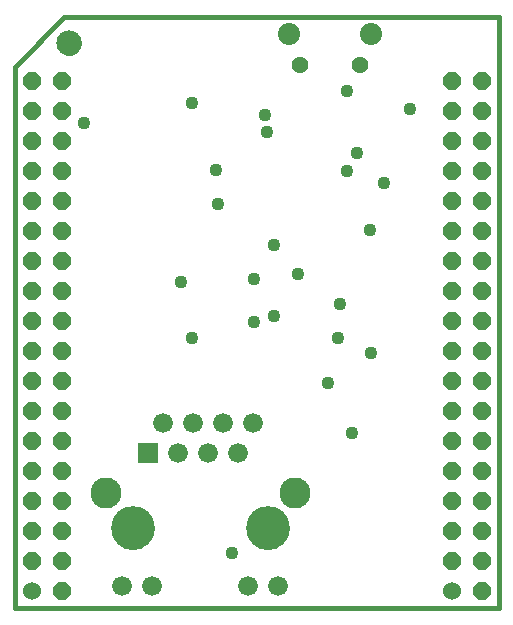
<source format=gbs>
G75*
%MOIN*%
%OFA0B0*%
%FSLAX24Y24*%
%IPPOS*%
%LPD*%
%AMOC8*
5,1,8,0,0,1.08239X$1,22.5*
%
%ADD10C,0.0160*%
%ADD11C,0.0000*%
%ADD12C,0.0847*%
%ADD13C,0.0600*%
%ADD14OC8,0.0600*%
%ADD15C,0.0660*%
%ADD16C,0.1035*%
%ADD17R,0.0660X0.0660*%
%ADD18C,0.1460*%
%ADD19C,0.0739*%
%ADD20C,0.0562*%
%ADD21C,0.0436*%
D10*
X000259Y001718D02*
X016401Y001718D01*
X016401Y021403D01*
X001913Y021403D01*
X000259Y019749D01*
X000259Y001718D01*
D11*
X003490Y004375D02*
X003492Y004427D01*
X003498Y004479D01*
X003508Y004531D01*
X003521Y004581D01*
X003538Y004631D01*
X003559Y004679D01*
X003584Y004725D01*
X003612Y004769D01*
X003643Y004811D01*
X003677Y004851D01*
X003714Y004888D01*
X003754Y004922D01*
X003796Y004953D01*
X003840Y004981D01*
X003886Y005006D01*
X003934Y005027D01*
X003984Y005044D01*
X004034Y005057D01*
X004086Y005067D01*
X004138Y005073D01*
X004190Y005075D01*
X004242Y005073D01*
X004294Y005067D01*
X004346Y005057D01*
X004396Y005044D01*
X004446Y005027D01*
X004494Y005006D01*
X004540Y004981D01*
X004584Y004953D01*
X004626Y004922D01*
X004666Y004888D01*
X004703Y004851D01*
X004737Y004811D01*
X004768Y004769D01*
X004796Y004725D01*
X004821Y004679D01*
X004842Y004631D01*
X004859Y004581D01*
X004872Y004531D01*
X004882Y004479D01*
X004888Y004427D01*
X004890Y004375D01*
X004888Y004323D01*
X004882Y004271D01*
X004872Y004219D01*
X004859Y004169D01*
X004842Y004119D01*
X004821Y004071D01*
X004796Y004025D01*
X004768Y003981D01*
X004737Y003939D01*
X004703Y003899D01*
X004666Y003862D01*
X004626Y003828D01*
X004584Y003797D01*
X004540Y003769D01*
X004494Y003744D01*
X004446Y003723D01*
X004396Y003706D01*
X004346Y003693D01*
X004294Y003683D01*
X004242Y003677D01*
X004190Y003675D01*
X004138Y003677D01*
X004086Y003683D01*
X004034Y003693D01*
X003984Y003706D01*
X003934Y003723D01*
X003886Y003744D01*
X003840Y003769D01*
X003796Y003797D01*
X003754Y003828D01*
X003714Y003862D01*
X003677Y003899D01*
X003643Y003939D01*
X003612Y003981D01*
X003584Y004025D01*
X003559Y004071D01*
X003538Y004119D01*
X003521Y004169D01*
X003508Y004219D01*
X003498Y004271D01*
X003492Y004323D01*
X003490Y004375D01*
X007990Y004375D02*
X007992Y004427D01*
X007998Y004479D01*
X008008Y004531D01*
X008021Y004581D01*
X008038Y004631D01*
X008059Y004679D01*
X008084Y004725D01*
X008112Y004769D01*
X008143Y004811D01*
X008177Y004851D01*
X008214Y004888D01*
X008254Y004922D01*
X008296Y004953D01*
X008340Y004981D01*
X008386Y005006D01*
X008434Y005027D01*
X008484Y005044D01*
X008534Y005057D01*
X008586Y005067D01*
X008638Y005073D01*
X008690Y005075D01*
X008742Y005073D01*
X008794Y005067D01*
X008846Y005057D01*
X008896Y005044D01*
X008946Y005027D01*
X008994Y005006D01*
X009040Y004981D01*
X009084Y004953D01*
X009126Y004922D01*
X009166Y004888D01*
X009203Y004851D01*
X009237Y004811D01*
X009268Y004769D01*
X009296Y004725D01*
X009321Y004679D01*
X009342Y004631D01*
X009359Y004581D01*
X009372Y004531D01*
X009382Y004479D01*
X009388Y004427D01*
X009390Y004375D01*
X009388Y004323D01*
X009382Y004271D01*
X009372Y004219D01*
X009359Y004169D01*
X009342Y004119D01*
X009321Y004071D01*
X009296Y004025D01*
X009268Y003981D01*
X009237Y003939D01*
X009203Y003899D01*
X009166Y003862D01*
X009126Y003828D01*
X009084Y003797D01*
X009040Y003769D01*
X008994Y003744D01*
X008946Y003723D01*
X008896Y003706D01*
X008846Y003693D01*
X008794Y003683D01*
X008742Y003677D01*
X008690Y003675D01*
X008638Y003677D01*
X008586Y003683D01*
X008534Y003693D01*
X008484Y003706D01*
X008434Y003723D01*
X008386Y003744D01*
X008340Y003769D01*
X008296Y003797D01*
X008254Y003828D01*
X008214Y003862D01*
X008177Y003899D01*
X008143Y003939D01*
X008112Y003981D01*
X008084Y004025D01*
X008059Y004071D01*
X008038Y004119D01*
X008021Y004169D01*
X008008Y004219D01*
X007998Y004271D01*
X007992Y004323D01*
X007990Y004375D01*
X001676Y020536D02*
X001678Y020575D01*
X001684Y020614D01*
X001694Y020652D01*
X001707Y020689D01*
X001724Y020724D01*
X001744Y020758D01*
X001768Y020789D01*
X001795Y020818D01*
X001824Y020844D01*
X001856Y020867D01*
X001890Y020887D01*
X001926Y020903D01*
X001963Y020915D01*
X002002Y020924D01*
X002041Y020929D01*
X002080Y020930D01*
X002119Y020927D01*
X002158Y020920D01*
X002195Y020909D01*
X002232Y020895D01*
X002267Y020877D01*
X002300Y020856D01*
X002331Y020831D01*
X002359Y020804D01*
X002384Y020774D01*
X002406Y020741D01*
X002425Y020707D01*
X002440Y020671D01*
X002452Y020633D01*
X002460Y020595D01*
X002464Y020556D01*
X002464Y020516D01*
X002460Y020477D01*
X002452Y020439D01*
X002440Y020401D01*
X002425Y020365D01*
X002406Y020331D01*
X002384Y020298D01*
X002359Y020268D01*
X002331Y020241D01*
X002300Y020216D01*
X002267Y020195D01*
X002232Y020177D01*
X002195Y020163D01*
X002158Y020152D01*
X002119Y020145D01*
X002080Y020142D01*
X002041Y020143D01*
X002002Y020148D01*
X001963Y020157D01*
X001926Y020169D01*
X001890Y020185D01*
X001856Y020205D01*
X001824Y020228D01*
X001795Y020254D01*
X001768Y020283D01*
X001744Y020314D01*
X001724Y020348D01*
X001707Y020383D01*
X001694Y020420D01*
X001684Y020458D01*
X001678Y020497D01*
X001676Y020536D01*
D12*
X002070Y020536D03*
D13*
X000830Y002273D03*
X014830Y002273D03*
D14*
X014830Y003273D03*
X014830Y004273D03*
X014830Y005273D03*
X014830Y006273D03*
X014830Y007273D03*
X014830Y008273D03*
X014830Y009273D03*
X014830Y010273D03*
X014830Y011273D03*
X014830Y012273D03*
X014830Y013273D03*
X014830Y014273D03*
X014830Y015273D03*
X014830Y016273D03*
X014830Y017273D03*
X014830Y018273D03*
X014830Y019273D03*
X015830Y019273D03*
X015830Y018273D03*
X015830Y017273D03*
X015830Y016273D03*
X015830Y015273D03*
X015830Y014273D03*
X015830Y013273D03*
X015830Y012273D03*
X015830Y011273D03*
X015830Y010273D03*
X015830Y009273D03*
X015830Y008273D03*
X015830Y007273D03*
X015830Y006273D03*
X015830Y005273D03*
X015830Y004273D03*
X015830Y003273D03*
X015830Y002273D03*
X001830Y002273D03*
X001830Y003273D03*
X001830Y004273D03*
X001830Y005273D03*
X001830Y006273D03*
X001830Y007273D03*
X001830Y008273D03*
X001830Y009273D03*
X001830Y010273D03*
X001830Y011273D03*
X001830Y012273D03*
X001830Y013273D03*
X001830Y014273D03*
X001830Y015273D03*
X001830Y016273D03*
X001830Y017273D03*
X001830Y018273D03*
X001830Y019273D03*
X000830Y019273D03*
X000830Y018273D03*
X000830Y017273D03*
X000830Y016273D03*
X000830Y015273D03*
X000830Y014273D03*
X000830Y013273D03*
X000830Y012273D03*
X000830Y011273D03*
X000830Y010273D03*
X000830Y009273D03*
X000830Y008273D03*
X000830Y007273D03*
X000830Y006273D03*
X000830Y005273D03*
X000830Y004273D03*
X000830Y003273D03*
D15*
X003840Y002425D03*
X004840Y002425D03*
X008040Y002425D03*
X009040Y002425D03*
X007690Y006875D03*
X007190Y007875D03*
X006690Y006875D03*
X006190Y007875D03*
X005690Y006875D03*
X005190Y007875D03*
X008190Y007875D03*
D16*
X009590Y005525D03*
X003290Y005525D03*
D17*
X004690Y006875D03*
D18*
X004190Y004375D03*
X008690Y004375D03*
D19*
X009393Y020832D03*
X012149Y020832D03*
D20*
X011755Y019798D03*
X009787Y019798D03*
D21*
X008606Y018155D03*
X008684Y017564D03*
X006972Y016324D03*
X007031Y015182D03*
X008901Y013804D03*
X009688Y012840D03*
X008901Y011442D03*
X008251Y011245D03*
X008232Y012682D03*
X006184Y010694D03*
X005810Y012584D03*
X002582Y017879D03*
X006184Y018529D03*
X011322Y018942D03*
X011657Y016875D03*
X011342Y016284D03*
X012582Y015871D03*
X012110Y014296D03*
X011106Y011836D03*
X011027Y010694D03*
X012129Y010221D03*
X010692Y009218D03*
X011519Y007525D03*
X007503Y003548D03*
X013428Y018351D03*
M02*

</source>
